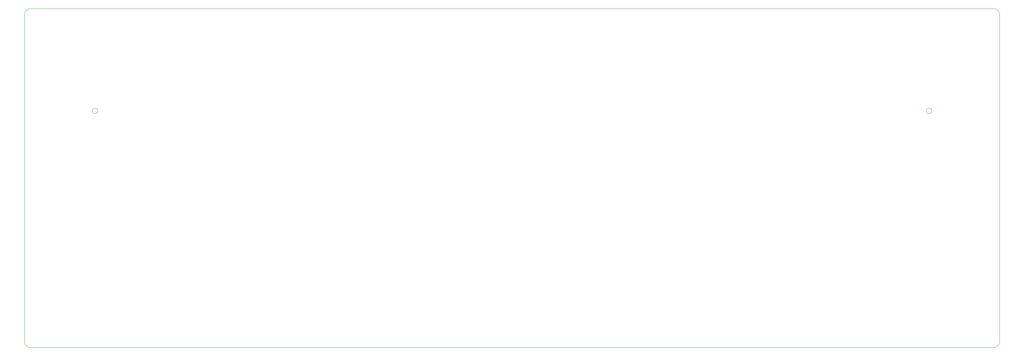
<source format=gm1>
G04 #@! TF.GenerationSoftware,KiCad,Pcbnew,(5.1.4)-1*
G04 #@! TF.CreationDate,2023-05-14T00:04:49+08:00*
G04 #@! TF.ProjectId,bottom,626f7474-6f6d-42e6-9b69-6361645f7063,rev?*
G04 #@! TF.SameCoordinates,Original*
G04 #@! TF.FileFunction,Profile,NP*
%FSLAX46Y46*%
G04 Gerber Fmt 4.6, Leading zero omitted, Abs format (unit mm)*
G04 Created by KiCad (PCBNEW (5.1.4)-1) date 2023-05-14 00:04:49*
%MOMM*%
%LPD*%
G04 APERTURE LIST*
%ADD10C,0.050000*%
G04 APERTURE END LIST*
D10*
X247493752Y-19433000D02*
G75*
G03X247493752Y-19433000I-793752J0D01*
G01*
X11268752Y-19433000D02*
G75*
G03X11268752Y-19433000I-793752J0D01*
G01*
X265113168Y9525024D02*
X-7937520Y9525024D01*
X266700672Y7937520D02*
X266700672Y-84931464D01*
X-9525024Y-84931464D02*
X-9525024Y7937520D01*
X265113168Y-86518968D02*
X-7937520Y-86518968D01*
X266700672Y-84931464D02*
G75*
G02X265113168Y-86518968I-1587504J0D01*
G01*
X-7937520Y-86518968D02*
G75*
G02X-9525024Y-84931464I0J1587504D01*
G01*
X265113168Y9525024D02*
G75*
G02X266700672Y7937520I0J-1587504D01*
G01*
X-9525024Y7937520D02*
G75*
G02X-7937520Y9525024I1587504J0D01*
G01*
M02*

</source>
